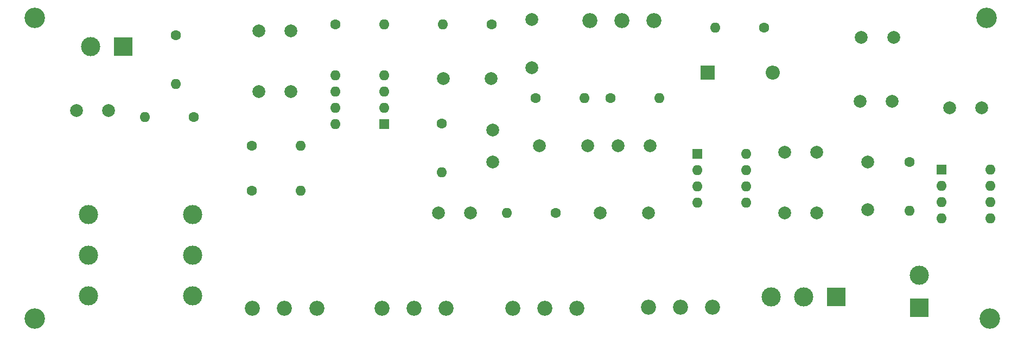
<source format=gbs>
G04 #@! TF.GenerationSoftware,KiCad,Pcbnew,8.0.6*
G04 #@! TF.CreationDate,2025-06-16T17:53:41-06:00*
G04 #@! TF.ProjectId,GuitarAmplifier,47756974-6172-4416-9d70-6c6966696572,0*
G04 #@! TF.SameCoordinates,Original*
G04 #@! TF.FileFunction,Soldermask,Bot*
G04 #@! TF.FilePolarity,Negative*
%FSLAX46Y46*%
G04 Gerber Fmt 4.6, Leading zero omitted, Abs format (unit mm)*
G04 Created by KiCad (PCBNEW 8.0.6) date 2025-06-16 17:53:41*
%MOMM*%
%LPD*%
G01*
G04 APERTURE LIST*
%ADD10C,2.000000*%
%ADD11C,1.600000*%
%ADD12O,1.600000X1.600000*%
%ADD13C,3.200000*%
%ADD14R,3.000000X3.000000*%
%ADD15C,3.000000*%
%ADD16C,2.340000*%
%ADD17R,1.600000X1.600000*%
%ADD18R,2.200000X2.200000*%
%ADD19O,2.200000X2.200000*%
G04 APERTURE END LIST*
D10*
X168750000Y-127500000D03*
X176250000Y-127500000D03*
D11*
X138880000Y-145000000D03*
D12*
X146500000Y-145000000D03*
D10*
X182600000Y-118250000D03*
X182600000Y-125750000D03*
D13*
X254000000Y-165000000D03*
D11*
X151880000Y-119000000D03*
D12*
X159500000Y-119000000D03*
D10*
X235000000Y-140500000D03*
X235000000Y-148000000D03*
X201000000Y-138000000D03*
X196000000Y-138000000D03*
D13*
X105000000Y-118000000D03*
D10*
X183750000Y-138000000D03*
X191250000Y-138000000D03*
X140000000Y-129500000D03*
X145000000Y-129500000D03*
X227000000Y-148500000D03*
X222000000Y-148500000D03*
D11*
X129810000Y-133500000D03*
D12*
X122190000Y-133500000D03*
D14*
X243000000Y-163280000D03*
D15*
X243000000Y-158200000D03*
D14*
X118790000Y-122500000D03*
D15*
X113710000Y-122500000D03*
D16*
X201600000Y-118400000D03*
X196600000Y-118400000D03*
X191600000Y-118400000D03*
D10*
X233750000Y-131000000D03*
X238750000Y-131000000D03*
D11*
X127000000Y-120690000D03*
D12*
X127000000Y-128310000D03*
D11*
X241500000Y-140500000D03*
D12*
X241500000Y-148120000D03*
D15*
X113385000Y-155085000D03*
X129615000Y-155085000D03*
X113385000Y-148735000D03*
X129615000Y-148735000D03*
X113385000Y-161435000D03*
X129615000Y-161435000D03*
D10*
X247750000Y-132000000D03*
X252750000Y-132000000D03*
D13*
X253500000Y-118000000D03*
D10*
X116500000Y-132500000D03*
X111500000Y-132500000D03*
X227000000Y-139000000D03*
X222000000Y-139000000D03*
D11*
X218810000Y-119500000D03*
D12*
X211190000Y-119500000D03*
D16*
X159200000Y-163400000D03*
X164200000Y-163400000D03*
X169200000Y-163400000D03*
D11*
X183190000Y-130500000D03*
D12*
X190810000Y-130500000D03*
D16*
X179600000Y-163400000D03*
X184600000Y-163400000D03*
X189600000Y-163400000D03*
D14*
X230080000Y-161600000D03*
D15*
X225000000Y-161600000D03*
X219920000Y-161600000D03*
D11*
X194880000Y-130500000D03*
D12*
X202500000Y-130500000D03*
D17*
X208380000Y-139200000D03*
D12*
X208380000Y-141740000D03*
X208380000Y-144280000D03*
X208380000Y-146820000D03*
X216000000Y-146820000D03*
X216000000Y-144280000D03*
X216000000Y-141740000D03*
X216000000Y-139200000D03*
D10*
X193250000Y-148500000D03*
X200750000Y-148500000D03*
X145000000Y-120000000D03*
X140000000Y-120000000D03*
D11*
X168500000Y-134500000D03*
D12*
X168500000Y-142120000D03*
D10*
X168000000Y-148500000D03*
X173000000Y-148500000D03*
D11*
X176310000Y-119000000D03*
D12*
X168690000Y-119000000D03*
D11*
X186310000Y-148500000D03*
D12*
X178690000Y-148500000D03*
D17*
X246450000Y-141700000D03*
D12*
X246450000Y-144240000D03*
X246450000Y-146780000D03*
X246450000Y-149320000D03*
X254070000Y-149320000D03*
X254070000Y-146780000D03*
X254070000Y-144240000D03*
X254070000Y-141700000D03*
D10*
X176500000Y-140500000D03*
X176500000Y-135500000D03*
X234000000Y-121000000D03*
X239000000Y-121000000D03*
D18*
X210000000Y-126500000D03*
D19*
X220160000Y-126500000D03*
D16*
X200800000Y-163200000D03*
X205800000Y-163200000D03*
X210800000Y-163200000D03*
D11*
X138880000Y-138000000D03*
D12*
X146500000Y-138000000D03*
D13*
X105000000Y-165000000D03*
D16*
X139000000Y-163400000D03*
X144000000Y-163400000D03*
X149000000Y-163400000D03*
D17*
X159500000Y-134580000D03*
D12*
X159500000Y-132040000D03*
X159500000Y-129500000D03*
X159500000Y-126960000D03*
X151880000Y-126960000D03*
X151880000Y-129500000D03*
X151880000Y-132040000D03*
X151880000Y-134580000D03*
M02*

</source>
